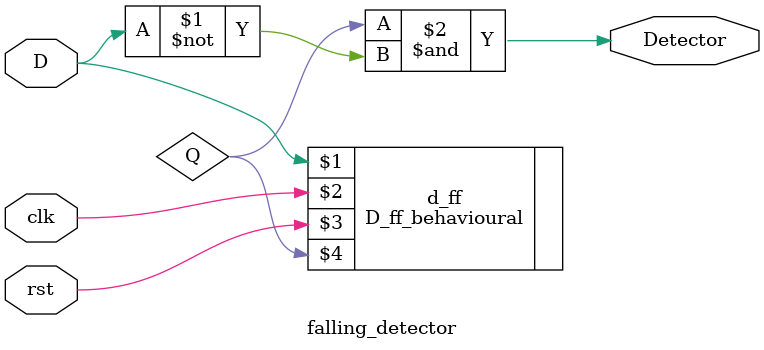
<source format=v>
 module falling_detector(input clk,rst,D, output Detector);
   wire Q;
  
   and A1(Detector,Q,~D);
  
  ////Instantiation
  D_ff_behavioural d_ff(D,clk,rst,Q);
  
 endmodule  
 
 
 
</source>
